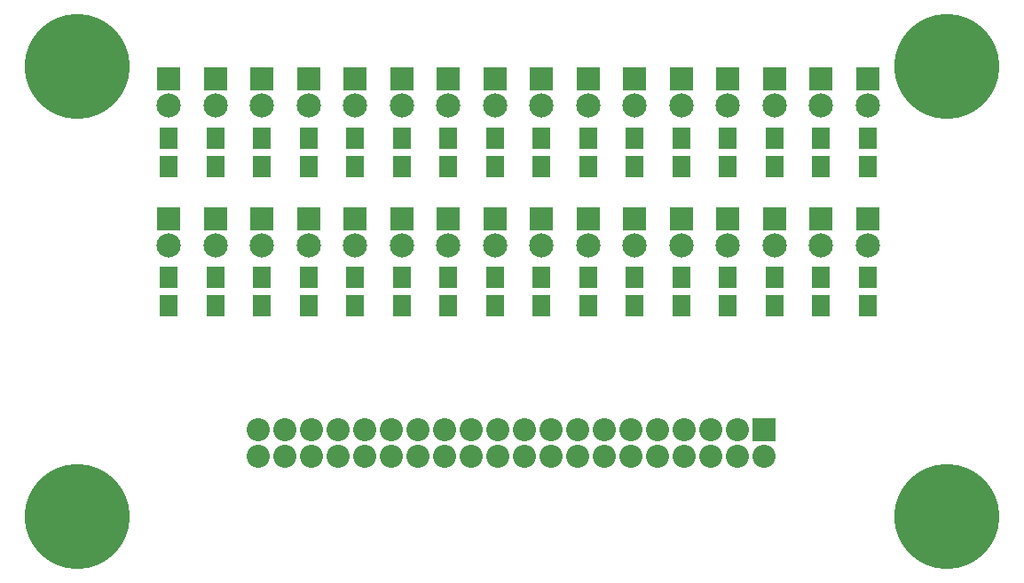
<source format=gbr>
G04 #@! TF.FileFunction,Soldermask,Top*
%FSLAX46Y46*%
G04 Gerber Fmt 4.6, Leading zero omitted, Abs format (unit mm)*
G04 Created by KiCad (PCBNEW (after 2015-mar-04 BZR unknown)-product) date 6/9/2017 3:43:27 PM*
%MOMM*%
G01*
G04 APERTURE LIST*
%ADD10C,0.150000*%
%ADD11R,2.308000X2.308000*%
%ADD12C,2.308000*%
%ADD13R,1.808000X2.008000*%
%ADD14R,2.208000X2.208000*%
%ADD15O,2.208000X2.208000*%
%ADD16C,10.033000*%
G04 APERTURE END LIST*
D10*
D11*
X107315000Y-43180000D03*
D12*
X107315000Y-45720000D03*
D11*
X107315000Y-56515000D03*
D12*
X107315000Y-59055000D03*
D11*
X111760000Y-43180000D03*
D12*
X111760000Y-45720000D03*
D11*
X111760000Y-56515000D03*
D12*
X111760000Y-59055000D03*
D11*
X116205000Y-43180000D03*
D12*
X116205000Y-45720000D03*
D11*
X116205000Y-56515000D03*
D12*
X116205000Y-59055000D03*
D11*
X120650000Y-43180000D03*
D12*
X120650000Y-45720000D03*
D11*
X120650000Y-56515000D03*
D12*
X120650000Y-59055000D03*
D11*
X125095000Y-43180000D03*
D12*
X125095000Y-45720000D03*
D11*
X125095000Y-56515000D03*
D12*
X125095000Y-59055000D03*
D11*
X129540000Y-43180000D03*
D12*
X129540000Y-45720000D03*
D11*
X129540000Y-56515000D03*
D12*
X129540000Y-59055000D03*
D11*
X133985000Y-43180000D03*
D12*
X133985000Y-45720000D03*
D11*
X133985000Y-56515000D03*
D12*
X133985000Y-59055000D03*
D11*
X138430000Y-43180000D03*
D12*
X138430000Y-45720000D03*
D11*
X138430000Y-56515000D03*
D12*
X138430000Y-59055000D03*
D13*
X71755000Y-48815000D03*
X71755000Y-51515000D03*
X71755000Y-62150000D03*
X71755000Y-64850000D03*
X76200000Y-48815000D03*
X76200000Y-51515000D03*
X76200000Y-62150000D03*
X76200000Y-64850000D03*
X80645000Y-48815000D03*
X80645000Y-51515000D03*
X80645000Y-62150000D03*
X80645000Y-64850000D03*
X85090000Y-48815000D03*
X85090000Y-51515000D03*
X85090000Y-62150000D03*
X85090000Y-64850000D03*
X89535000Y-48815000D03*
X89535000Y-51515000D03*
X89535000Y-62150000D03*
X89535000Y-64850000D03*
X93980000Y-48815000D03*
X93980000Y-51515000D03*
X93980000Y-62150000D03*
X93980000Y-64850000D03*
X98425000Y-48815000D03*
X98425000Y-51515000D03*
X98425000Y-62150000D03*
X98425000Y-64850000D03*
X102870000Y-48815000D03*
X102870000Y-51515000D03*
X102870000Y-62150000D03*
X102870000Y-64850000D03*
X107315000Y-48815000D03*
X107315000Y-51515000D03*
X107315000Y-62150000D03*
X107315000Y-64850000D03*
X111760000Y-48815000D03*
X111760000Y-51515000D03*
X111760000Y-62150000D03*
X111760000Y-64850000D03*
X116205000Y-48815000D03*
X116205000Y-51515000D03*
X116205000Y-62150000D03*
X116205000Y-64850000D03*
X120650000Y-48815000D03*
X120650000Y-51515000D03*
X120650000Y-62150000D03*
X120650000Y-64850000D03*
X125095000Y-48815000D03*
X125095000Y-51515000D03*
X125095000Y-62150000D03*
X125095000Y-64850000D03*
X129540000Y-48815000D03*
X129540000Y-51515000D03*
X129540000Y-62150000D03*
X129540000Y-64850000D03*
X133985000Y-48815000D03*
X133985000Y-51515000D03*
X133985000Y-62150000D03*
X133985000Y-64850000D03*
X138430000Y-48815000D03*
X138430000Y-51515000D03*
X138430000Y-62150000D03*
X138430000Y-64850000D03*
D11*
X71755000Y-43180000D03*
D12*
X71755000Y-45720000D03*
D11*
X71755000Y-56515000D03*
D12*
X71755000Y-59055000D03*
D11*
X76200000Y-43180000D03*
D12*
X76200000Y-45720000D03*
D11*
X76200000Y-56515000D03*
D12*
X76200000Y-59055000D03*
D11*
X80645000Y-43180000D03*
D12*
X80645000Y-45720000D03*
D11*
X80645000Y-56515000D03*
D12*
X80645000Y-59055000D03*
D11*
X85090000Y-43180000D03*
D12*
X85090000Y-45720000D03*
D11*
X85090000Y-56515000D03*
D12*
X85090000Y-59055000D03*
D11*
X89535000Y-43180000D03*
D12*
X89535000Y-45720000D03*
D11*
X89535000Y-56515000D03*
D12*
X89535000Y-59055000D03*
D11*
X93980000Y-43180000D03*
D12*
X93980000Y-45720000D03*
D11*
X93980000Y-56515000D03*
D12*
X93980000Y-59055000D03*
D11*
X98425000Y-43180000D03*
D12*
X98425000Y-45720000D03*
D11*
X98425000Y-56515000D03*
D12*
X98425000Y-59055000D03*
D11*
X102870000Y-43180000D03*
D12*
X102870000Y-45720000D03*
D11*
X102870000Y-56515000D03*
D12*
X102870000Y-59055000D03*
D14*
X128524000Y-76708000D03*
D15*
X128524000Y-79248000D03*
X125984000Y-76708000D03*
X125984000Y-79248000D03*
X123444000Y-76708000D03*
X123444000Y-79248000D03*
X120904000Y-76708000D03*
X120904000Y-79248000D03*
X118364000Y-76708000D03*
X118364000Y-79248000D03*
X115824000Y-76708000D03*
X115824000Y-79248000D03*
X113284000Y-76708000D03*
X113284000Y-79248000D03*
X110744000Y-76708000D03*
X110744000Y-79248000D03*
X108204000Y-76708000D03*
X108204000Y-79248000D03*
X105664000Y-76708000D03*
X105664000Y-79248000D03*
X103124000Y-76708000D03*
X103124000Y-79248000D03*
X100584000Y-76708000D03*
X100584000Y-79248000D03*
X98044000Y-76708000D03*
X98044000Y-79248000D03*
X95504000Y-76708000D03*
X95504000Y-79248000D03*
X92964000Y-76708000D03*
X92964000Y-79248000D03*
X90424000Y-76708000D03*
X90424000Y-79248000D03*
X87884000Y-76708000D03*
X87884000Y-79248000D03*
X85344000Y-76708000D03*
X85344000Y-79248000D03*
X82804000Y-76708000D03*
X82804000Y-79248000D03*
X80264000Y-76708000D03*
X80264000Y-79248000D03*
D16*
X63000000Y-42000000D03*
X146000000Y-42000000D03*
X63000000Y-85000000D03*
X146000000Y-85000000D03*
M02*

</source>
